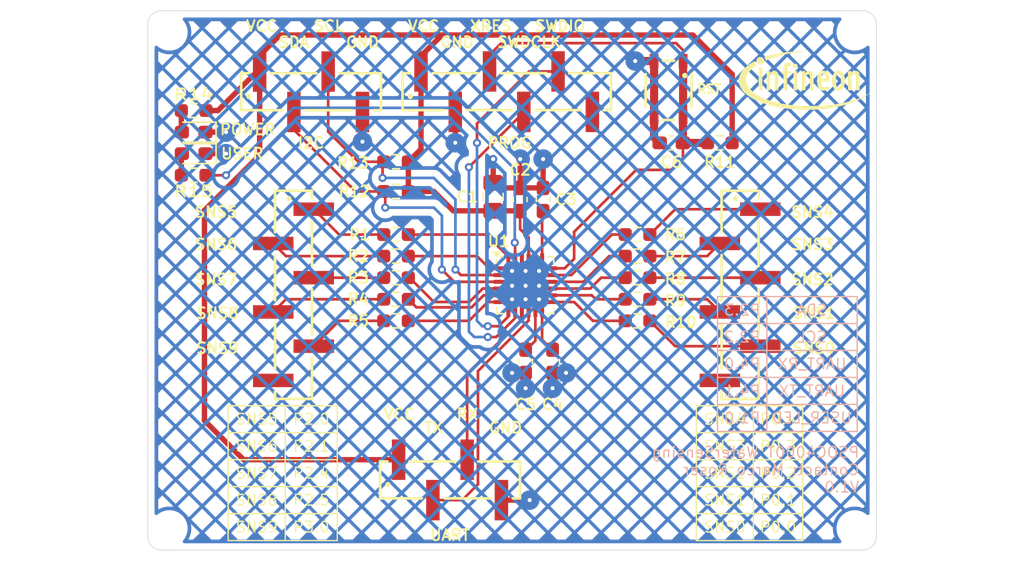
<source format=kicad_pcb>
(kicad_pcb (version 20241229) (generator "pcbnew") (generator_version "9.0")
  (title_block (comment 4 "AISLER Project ID: KMUQVMIU"))
  (layers (0 "F.Cu" signal) (2 "B.Cu" signal) (13 "F.Paste" user) (15 "B.Paste" user) (5 "F.SilkS" user "F.Silkscreen") (7 "B.SilkS" user "B.Silkscreen") (1 "F.Mask" user) (3 "B.Mask" user) (25 "Edge.Cuts" user))
  (net 0 "")
  (net 1 "VCC")
  (net 2 "GND")
  (net 3 "Net-(U1-VCCD)")
  (net 4 "Net-(U1-CMOD2_P4.3)")
  (net 5 "Net-(U1-CMOD1_P4.2)")
  (net 6 "/XRES")
  (net 7 "Net-(D1-A)")
  (net 8 "Net-(D2-A)")
  (net 9 "Net-(J1-Pin_5)")
  (net 11 "Net-(J1-Pin_3)")
  (net 12 "Net-(J1-Pin_4)")
  (net 13 "Net-(J1-Pin_1)")
  (net 14 "Net-(J1-Pin_2)")
  (net 16 "Net-(J2-Pin_4)")
  (net 17 "Net-(J2-Pin_3)")
  (net 18 "Net-(J2-Pin_2)")
  (net 19 "Net-(J2-Pin_1)")
  (net 20 "Net-(J2-Pin_5)")
  (net 21 "/UART_TX")
  (net 22 "/UART_RX")
  (net 23 "/SCL")
  (net 24 "/SDA")
  (net 25 "/SWDCLK")
  (net 27 "/SWDIO")
  (net 28 "/SNS5")
  (net 29 "/SNS6")
  (net 30 "/SNS7")
  (net 31 "/SNS8")
  (net 32 "/SNS9")
  (net 33 "/SNS4")
  (net 34 "/SNS3")
  (net 35 "/SNS2")
  (net 36 "/SNS1")
  (net 37 "/SNS0")
  (net 38 "/USER_LED")
  (footprint "Package_DFN_QFN:QFN-24-1EP_4x4mm_P0.5mm_EP2.65x2.65mm" (layer "F.Cu") (at 135.175 70.355)
    (property "Reference" "U1" (at -1.975 -3.255 0) (layer "F.SilkS") (effects (font (size 0.8 0.8))))
    (property "Value" "CY8C4046LQI-T452")
    (pad "1" smd roundrect (at -1.95 -1.25) (size 0.85 0.3) (layers "F.Cu" "F.Mask" "F.Paste") (net 29 "/SNS6"))
    (pad "2" smd roundrect (at -1.95 -0.75) (size 0.85 0.3) (layers "F.Cu" "F.Mask" "F.Paste") (net 23 "/SCL"))
    (pad "3" smd roundrect (at -1.95 -0.25) (size 0.85 0.3) (layers "F.Cu" "F.Mask" "F.Paste") (net 24 "/SDA"))
    (pad "4" smd roundrect (at -1.95 0.25) (size 0.85 0.3) (layers "F.Cu" "F.Mask" "F.Paste") (net 30 "/SNS7"))
    (pad "5" smd roundrect (at -1.95 0.75) (size 0.85 0.3) (layers "F.Cu" "F.Mask" "F.Paste") (net 31 "/SNS8"))
    (pad "6" smd roundrect (at -1.95 1.25) (size 0.85 0.3) (layers "F.Cu" "F.Mask" "F.Paste") (net 32 "/SNS9"))
    (pad "7" smd roundrect (at -1.25 1.95) (size 0.3 0.85) (layers "F.Cu" "F.Mask" "F.Paste") (net 27 "/SWDIO"))
    (pad "8" smd roundrect (at -0.75 1.95) (size 0.3 0.85) (layers "F.Cu" "F.Mask" "F.Paste") (net 25 "/SWDCLK"))
    (pad "9" smd roundrect (at -0.25 1.95) (size 0.3 0.85) (layers "F.Cu" "F.Mask" "F.Paste") (net 22 "/UART_RX"))
    (pad "10" smd roundrect (at 0.25 1.95) (size 0.3 0.85) (layers "F.Cu" "F.Mask" "F.Paste") (net 21 "/UART_TX"))
    (pad "11" smd roundrect (at 0.75 1.95) (size 0.3 0.85) (layers "F.Cu" "F.Mask" "F.Paste") (net 5 "Net-(U1-CMOD1_P4.2)"))
    (pad "12" smd roundrect (at 1.25 1.95) (size 0.3 0.85) (layers "F.Cu" "F.Mask" "F.Paste") (net 4 "Net-(U1-CMOD2_P4.3)"))
    (pad "13" smd roundrect (at 1.95 1.25) (size 0.85 0.3) (layers "F.Cu" "F.Mask" "F.Paste") (net 37 "/SNS0"))
    (pad "14" smd roundrect (at 1.95 0.75) (size 0.85 0.3) (layers "F.Cu" "F.Mask" "F.Paste") (net 36 "/SNS1"))
    (pad "15" smd roundrect (at 1.95 0.25) (size 0.85 0.3) (layers "F.Cu" "F.Mask" "F.Paste") (net 35 "/SNS2"))
    (pad "16" smd roundrect (at 1.95 -0.25) (size 0.85 0.3) (layers "F.Cu" "F.Mask" "F.Paste") (net 34 "/SNS3"))
    (pad "17" smd roundrect (at 1.95 -0.75) (size 0.85 0.3) (layers "F.Cu" "F.Mask" "F.Paste") (net 33 "/SNS4"))
    (pad "18" smd roundrect (at 1.95 -1.25) (size 0.85 0.3) (layers "F.Cu" "F.Mask" "F.Paste") (net 6 "/XRES"))
    (pad "19" smd roundrect (at 1.25 -1.95) (size 0.3 0.85) (layers "F.Cu" "F.Mask" "F.Paste") (net 3 "Net-(U1-VCCD)"))
    (pad "20" smd roundrect (at 0.75 -1.95) (size 0.3 0.85) (layers "F.Cu" "F.Mask" "F.Paste") (net 2 "GND"))
    (pad "21" smd roundrect (at 0.25 -1.95) (size 0.3 0.85) (layers "F.Cu" "F.Mask" "F.Paste") (net 1 "VCC"))
    (pad "22" smd roundrect (at -0.25 -1.95) (size 0.3 0.85) (layers "F.Cu" "F.Mask" "F.Paste") (net 2 "GND"))
    (pad "23" smd roundrect (at -0.75 -1.95) (size 0.3 0.85) (layers "F.Cu" "F.Mask" "F.Paste") (net 38 "/USER_LED"))
    (pad "24" smd roundrect (at -1.25 -1.95) (size 0.3 0.85) (layers "F.Cu" "F.Mask" "F.Paste") (net 28 "/SNS5"))
    (pad "25" smd rect (at 0 0) (size 2.65 2.65) (property pad_prop_heatsink) (layers "F.Cu" "F.Mask") (net 2 "GND"))
  )
  (footprint "Resistor_SMD:R_0603_1608Metric_Pad0.98x0.95mm_HandSolder" (layer "F.Cu") (at 125.6 66.6 180)
    (property "Reference" "R1" (at 2.7 0 0) (layer "F.SilkS") (effects (font (size 0.8 0.8))))
    (property "Value" "560R")
    (pad "1" smd roundrect (at -0.9125 0 180) (size 0.975 0.95) (layers "F.Cu" "F.Mask" "F.Paste") (net 28 "/SNS5"))
    (pad "2" smd roundrect (at 0.9125 0 180) (size 0.975 0.95) (layers "F.Cu" "F.Mask" "F.Paste") (net 13 "Net-(J1-Pin_1)"))
  )
  (footprint "MountingHole:MountingHole_2.2mm_M2_DIN965" (layer "F.Cu") (at 159.6 51.6)
    (property "Reference" "REF**" (hide yes))
    (property "Value" "MountingHole_2.2mm_M2_DIN965")
    (pad "" np_thru_hole circle (at 0 0) (size 2.2 2.2) (drill 2.2) (layers "*.Cu" "*.Mask"))
  )
  (footprint "Resistor_SMD:R_0603_1608Metric_Pad0.98x0.95mm_HandSolder" (layer "F.Cu") (at 125.6 69.8 180)
    (property "Reference" "R3" (at 2.8 0 0) (layer "F.SilkS") (effects (font (size 0.8 0.8))))
    (property "Value" "560R")
    (pad "1" smd roundrect (at -0.9125 0 180) (size 0.975 0.95) (layers "F.Cu" "F.Mask" "F.Paste") (net 30 "/SNS7"))
    (pad "2" smd roundrect (at 0.9125 0 180) (size 0.975 0.95) (layers "F.Cu" "F.Mask" "F.Paste") (net 11 "Net-(J1-Pin_3)"))
  )
  (footprint "LED_SMD:LED_0603_1608Metric_Pad1.05x0.95mm_HandSolder" (layer "F.Cu") (at 110.6 59 180)
    (property "Reference" "POWER" (at -4 0.2 0) (layer "F.SilkS") (effects (font (size 0.8 0.8))))
    (property "Value" "POWER")
    (pad "1" smd roundrect (at -0.875 0 180) (size 1.05 0.95) (layers "F.Cu" "F.Mask" "F.Paste") (net 2 "GND"))
    (pad "2" smd roundrect (at 0.875 0 180) (size 1.05 0.95) (layers "F.Cu" "F.Mask" "F.Paste") (net 7 "Net-(D1-A)"))
  )
  (footprint "Resistor_SMD:R_0603_1608Metric_Pad0.98x0.95mm_HandSolder" (layer "F.Cu") (at 125.6 73 180)
    (property "Reference" "R5" (at 2.8 0 0) (layer "F.SilkS") (effects (font (size 0.8 0.8))))
    (property "Value" "560R")
    (pad "1" smd roundrect (at -0.9125 0 180) (size 0.975 0.95) (layers "F.Cu" "F.Mask" "F.Paste") (net 32 "/SNS9"))
    (pad "2" smd roundrect (at 0.9125 0 180) (size 0.975 0.95) (layers "F.Cu" "F.Mask" "F.Paste") (net 9 "Net-(J1-Pin_5)"))
  )
  (footprint "Resistor_SMD:R_0603_1608Metric_Pad0.98x0.95mm_HandSolder" (layer "F.Cu") (at 143.5 69.8)
    (property "Reference" "R8" (at 2.8 0.1 0) (layer "F.SilkS") (effects (font (size 0.8 0.8))))
    (property "Value" "560R")
    (pad "1" smd roundrect (at -0.9125 0) (size 0.975 0.95) (layers "F.Cu" "F.Mask" "F.Paste") (net 35 "/SNS2"))
    (pad "2" smd roundrect (at 0.9125 0) (size 0.975 0.95) (layers "F.Cu" "F.Mask" "F.Paste") (net 17 "Net-(J2-Pin_3)"))
  )
  (footprint "Capacitor_SMD:C_0603_1608Metric_Pad1.08x0.95mm_HandSolder" (layer "F.Cu") (at 146 59.8 180)
    (property "Reference" "C6" (at 0 -1.43 0) (layer "F.SilkS") (effects (font (size 0.8 0.8))))
    (property "Value" "0.1µF")
    (pad "1" smd roundrect (at -0.8625 0 180) (size 1.075 0.95) (layers "F.Cu" "F.Mask" "F.Paste") (net 6 "/XRES"))
    (pad "2" smd roundrect (at 0.8625 0 180) (size 1.075 0.95) (layers "F.Cu" "F.Mask" "F.Paste") (net 2 "GND"))
  )
  (footprint "Resistor_SMD:R_0603_1608Metric_Pad0.98x0.95mm_HandSolder" (layer "F.Cu") (at 143.5 73)
    (property "Reference" "R10" (at 3.2 0.1 0) (layer "F.SilkS") (effects (font (size 0.8 0.8))))
    (property "Value" "560R")
    (pad "1" smd roundrect (at -0.9125 0) (size 0.975 0.95) (layers "F.Cu" "F.Mask" "F.Paste") (net 37 "/SNS0"))
    (pad "2" smd roundrect (at 0.9125 0) (size 0.975 0.95) (layers "F.Cu" "F.Mask" "F.Paste") (net 20 "Net-(J2-Pin_5)"))
  )
  (footprint "Resistor_SMD:R_0603_1608Metric_Pad0.98x0.95mm_HandSolder" (layer "F.Cu") (at 143.5 68.2)
    (property "Reference" "R7" (at 2.8 0.1 0) (layer "F.SilkS") (effects (font (size 0.8 0.8))))
    (property "Value" "560R")
    (pad "1" smd roundrect (at -0.9125 0) (size 0.975 0.95) (layers "F.Cu" "F.Mask" "F.Paste") (net 34 "/SNS3"))
    (pad "2" smd roundrect (at 0.9125 0) (size 0.975 0.95) (layers "F.Cu" "F.Mask" "F.Paste") (net 18 "Net-(J2-Pin_2)"))
  )
  (footprint "Capacitor_SMD:C_0603_1608Metric_Pad1.08x0.95mm_HandSolder" (layer "F.Cu") (at 137.2 76 -90)
    (property "Reference" "C4" (at 3.2 0 180) (layer "F.SilkS") (effects (font (size 0.8 0.8))))
    (property "Value" "2.2 nF")
    (pad "1" smd roundrect (at -0.8625 0 270) (size 1.075 0.95) (layers "F.Cu" "F.Mask" "F.Paste") (net 4 "Net-(U1-CMOD2_P4.3)"))
    (pad "2" smd roundrect (at 0.8625 0 270) (size 1.075 0.95) (layers "F.Cu" "F.Mask" "F.Paste") (net 2 "GND"))
  )
  (footprint "Capacitor_SMD:C_0603_1608Metric_Pad1.08x0.95mm_HandSolder" (layer "F.Cu") (at 136.5 64 90)
    (property "Reference" "C3" (at 0 1.7 180) (layer "F.SilkS") (effects (font (size 0.8 0.8))))
    (property "Value" "2.2 µF")
    (pad "1" smd roundrect (at -0.8625 0 90) (size 1.075 0.95) (layers "F.Cu" "F.Mask" "F.Paste") (net 3 "Net-(U1-VCCD)"))
    (pad "2" smd roundrect (at 0.8625 0 90) (size 1.075 0.95) (layers "F.Cu" "F.Mask" "F.Paste") (net 2 "GND"))
  )
  (footprint "Resistor_SMD:R_0603_1608Metric_Pad0.98x0.95mm_HandSolder" (layer "F.Cu") (at 149.6 59.8 180)
    (property "Reference" "R11" (at 0 -1.43 0) (layer "F.SilkS") (effects (font (size 0.8 0.8))))
    (property "Value" "4k7")
    (pad "1" smd roundrect (at -0.9125 0 180) (size 0.975 0.95) (layers "F.Cu" "F.Mask" "F.Paste") (net 1 "VCC"))
    (pad "2" smd roundrect (at 0.9125 0 180) (size 0.975 0.95) (layers "F.Cu" "F.Mask" "F.Paste") (net 6 "/XRES"))
  )
  (footprint "Wuerth_parts:61000618321_6pins" (layer "F.Cu") (at 118 71.07 -90)
    (property "Reference" "J1" (hide yes))
    (property "Value" "CS1")
    (pad "1" smd rect (at -6.35 -1.5 270) (size 1 3) (layers "F.Cu" "F.Mask" "F.Paste") (net 13 "Net-(J1-Pin_1)"))
    (pad "2" smd rect (at -3.81 1.5 270) (size 1 3) (layers "F.Cu" "F.Mask" "F.Paste") (net 14 "Net-(J1-Pin_2)"))
    (pad "3" smd rect (at -1.27 -1.5 270) (size 1 3) (layers "F.Cu" "F.Mask" "F.Paste") (net 11 "Net-(J1-Pin_3)"))
    (pad "4" smd rect (at 1.27 1.5 270) (size 1 3) (layers "F.Cu" "F.Mask" "F.Paste") (net 12 "Net-(J1-Pin_4)"))
    (pad "5" smd rect (at 3.81 -1.5 270) (size 1 3) (layers "F.Cu" "F.Mask" "F.Paste") (net 9 "Net-(J1-Pin_5)"))
    (pad "6" smd rect (at 6.35 1.5 270) (size 1 3) (layers "F.Cu" "F.Mask" "F.Paste"))
  )
  (footprint "MountingHole:MountingHole_2.2mm_M2_DIN965" (layer "F.Cu") (at 108.8 51.6)
    (property "Reference" "REF**" (hide yes))
    (property "Value" "MountingHole_2.2mm_M2_DIN965")
    (pad "" np_thru_hole circle (at 0 0) (size 2.2 2.2) (drill 2.2) (layers "*.Cu" "*.Mask"))
  )
  (footprint "MountingHole:MountingHole_2.2mm_M2_DIN965" (layer "F.Cu") (at 159.6 88.4)
    (property "Reference" "REF**" (hide yes))
    (property "Value" "MountingHole_2.2mm_M2_DIN965")
    (pad "" np_thru_hole circle (at 0 0) (size 2.2 2.2) (drill 2.2) (layers "*.Cu" "*.Mask"))
  )
  (footprint "Resistor_SMD:R_0603_1608Metric_Pad0.98x0.95mm_HandSolder" (layer "F.Cu") (at 125.6 71.4 180)
    (property "Reference" "R4" (at 2.8 0 0) (layer "F.SilkS") (effects (font (size 0.8 0.8))))
    (property "Value" "560R")
    (pad "1" smd roundrect (at -0.9125 0 180) (size 0.975 0.95) (layers "F.Cu" "F.Mask" "F.Paste") (net 31 "/SNS8"))
    (pad "2" smd roundrect (at 0.9125 0 180) (size 0.975 0.95) (layers "F.Cu" "F.Mask" "F.Paste") (net 12 "Net-(J1-Pin_4)"))
  )
  (footprint "Resistor_SMD:R_0603_1608Metric_Pad0.98x0.95mm_HandSolder" (layer "F.Cu") (at 110.6 57.4 180)
    (property "Reference" "R14" (at 0 1.2 0) (layer "F.SilkS") (effects (font (size 0.8 1))))
    (property "Value" "560R")
    (pad "1" smd roundrect (at -0.9125 0 180) (size 0.975 0.95) (layers "F.Cu" "F.Mask" "F.Paste") (net 1 "VCC"))
    (pad "2" smd roundrect (at 0.9125 0 180) (size 0.975 0.95) (layers "F.Cu" "F.Mask" "F.Paste") (net 7 "Net-(D1-A)"))
  )
  (footprint "Resistor_SMD:R_0603_1608Metric_Pad0.98x0.95mm_HandSolder" (layer "F.Cu") (at 125.6 61.2 180)
    (property "Reference" "R13" (at 3.2 -0.1 0) (layer "F.SilkS") (effects (font (size 0.8 0.8))))
    (property "Value" "4k7")
    (pad "1" smd roundrect (at -0.9125 0 180) (size 0.975 0.95) (layers "F.Cu" "F.Mask" "F.Paste") (net 1 "VCC"))
    (pad "2" smd roundrect (at 0.9125 0 180) (size 0.975 0.95) (layers "F.Cu" "F.Mask" "F.Paste") (net 23 "/SCL"))
  )
  (footprint "Wuerth_parts:61000418321_5pins" (layer "F.Cu") (at 119.3 56.00625)
    (property "Reference" "I2C" (at 0 3.79375 0) (layer "F.SilkS") (effects (font (size 0.8 0.8))))
    (property "Value" "I2C")
    (pad "1" smd rect (at -3.81 -1.5) (size 1 3) (layers "F.Cu" "F.Mask" "F.Paste") (net 1 "VCC"))
    (pad "2" smd rect (at -1.27 1.5) (size 1 3) (layers "F.Cu" "F.Mask" "F.Paste") (net 24 "/SDA"))
    (pad "3" smd rect (at 1.27 -1.5) (size 1 3) (layers "F.Cu" "F.Mask" "F.Paste") (net 23 "/SCL"))
    (pad "4" smd rect (at 3.81 1.5) (size 1 3) (layers "F.Cu" "F.Mask" "F.Paste") (net 2 "GND"))
  )
  (footprint "Resistor_SMD:R_0603_1608Metric_Pad0.98x0.95mm_HandSolder" (layer "F.Cu") (at 143.5 66.6)
    (property "Reference" "R6" (at 2.8 0 0) (layer "F.SilkS") (effects (font (size 0.8 0.8))))
    (property "Value" "560R")
    (pad "1" smd roundrect (at -0.9125 0) (size 0.975 0.95) (layers "F.Cu" "F.Mask" "F.Paste") (net 33 "/SNS4"))
    (pad "2" smd roundrect (at 0.9125 0) (size 0.975 0.95) (layers "F.Cu" "F.Mask" "F.Paste") (net 19 "Net-(J2-Pin_1)"))
  )
  (footprint "Wuerth_parts:434133025816" (layer "F.Cu") (at 145.8 55.8 -90)
    (property "Reference" "RST" (at 0 -3 180) (layer "F.SilkS") (effects (font (size 0.64 0.64))))
    (property "Value" "RESET")
    (pad "1" smd rect (at -2.075 -1.075 270) (size 1.05 0.65) (layers "F.Cu" "F.Mask" "F.Paste") (net 6 "/XRES"))
    (pad "2" smd rect (at 2.075 -1.075 270) (size 1.05 0.65) (layers "F.Cu" "F.Mask" "F.Paste") (net 6 "/XRES"))
    (pad "3" smd rect (at -2.075 1.075 270) (size 1.05 0.65) (layers "F.Cu" "F.Mask" "F.Paste") (net 2 "GND"))
    (pad "4" smd rect (at 2.075 1.075 270) (size 1.05 0.65) (layers "F.Cu" "F.Mask" "F.Paste") (net 2 "GND"))
  )
  (footprint "Resistor_SMD:R_0603_1608Metric_Pad0.98x0.95mm_HandSolder" (layer "F.Cu") (at 125.6 68.2 180)
    (property "Reference" "R2" (at 2.8 0 0) (layer "F.SilkS") (effects (font (size 0.8 0.8))))
    (property "Value" "560R")
    (pad "1" smd roundrect (at -0.9125 0 180) (size 0.975 0.95) (layers "F.Cu" "F.Mask" "F.Paste") (net 29 "/SNS6"))
    (pad "2" smd roundrect (at 0.9125 0 180) (size 0.975 0.95) (layers "F.Cu" "F.Mask" "F.Paste") (net 14 "Net-(J1-Pin_2)"))
  )
  (footprint "LOGO" (layer "F.Cu") (at 156 55.2)
    (property "Reference" "G***" (hide yes))
    (property "Value" "LOGO" (hide yes))
  )
  (footprint "Resistor_SMD:R_0603_1608Metric_Pad0.98x0.95mm_HandSolder" (layer "F.Cu") (at 110.6 62.2 180)
    (property "Reference" "R15" (at 0 -1.2 0) (layer "F.SilkS") (effects (font (size 0.8 1))))
    (property "Value" "4k7")
    (pad "1" smd roundrect (at -0.9125 0 180) (size 0.975 0.95) (layers "F.Cu" "F.Mask" "F.Paste") (net 38 "/USER_LED"))
    (pad "2" smd roundrect (at 0.9125 0 180) (size 0.975 0.95) (layers "F.Cu" "F.Mask" "F.Paste") (net 8 "Net-(D2-A)"))
  )
  (footprint "Capacitor_SMD:C_0603_1608Metric_Pad1.08x0.95mm_HandSolder" (layer "F.Cu") (at 135.2 76 -90)
    (property "Reference" "C5" (at 3.2 0 180) (layer "F.SilkS") (effects (font (size 0.8 0.8))))
    (property "Value" "2.2 nF")
    (pad "1" smd roundrect (at -0.8625 0 270) (size 1.075 0.95) (layers "F.Cu" "F.Mask" "F.Paste") (net 5 "Net-(U1-CMOD1_P4.2)"))
    (pad "2" smd roundrect (at 0.8625 0 270) (size 1.075 0.95) (layers "F.Cu" "F.Mask" "F.Paste") (net 2 "GND"))
  )
  (footprint "Capacitor_SMD:C_0805_2012Metric_Pad1.18x1.45mm_HandSolder" (layer "F.Cu") (at 132.8 63.8 90)
    (property "Reference" "C1" (at 0 -1.9 180) (layer "F.SilkS") (effects (font (size 0.8 0.8))))
    (property "Value" "4.7 µF")
    (pad "1" smd roundrect (at -1.0375 0 90) (size 1.175 1.45) (layers "F.Cu" "F.Mask" "F.Paste") (roundrect_rratio 0.212766) (net 1 "VCC"))
    (pad "2" smd roundrect (at 1.0375 0 90) (size 1.175 1.45) (layers "F.Cu" "F.Mask" "F.Paste") (roundrect_rratio 0.212766) (net 2 "GND"))
  )
  (footprint "LED_SMD:LED_0603_1608Metric_Pad1.05x0.95mm_HandSolder" (layer "F.Cu") (at 110.6 60.6 180)
    (property "Reference" "USER" (at -3.6 0 0) (layer "F.SilkS") (effects (font (size 0.8 0.8))))
    (property "Value" "USER")
    (pad "1" smd roundrect (at -0.875 0 180) (size 1.05 0.95) (layers "F.Cu" "F.Mask" "F.Paste") (net 2 "GND"))
    (pad "2" smd roundrect (at 0.875 0 180) (size 1.05 0.95) (layers "F.Cu" "F.Mask" "F.Paste") (net 8 "Net-(D2-A)"))
  )
  (footprint "Capacitor_SMD:C_0603_1608Metric_Pad1.08x0.95mm_HandSolder" (layer "F.Cu") (at 134.8 64 90)
    (property "Reference" "C2" (at 2.2 0 180) (layer "F.SilkS") (effects (font (size 0.8 0.8))))
    (property "Value" "0.1 µF")
    (pad "1" smd roundrect (at -0.8625 0 90) (size 1.075 0.95) (layers "F.Cu" "F.Mask" "F.Paste") (net 1 "VCC"))
    (pad "2" smd roundrect (at 0.8625 0 90) (size 1.075 0.95) (layers "F.Cu" "F.Mask" "F.Paste") (net 2 "GND"))
  )
  (footprint "Wuerth_parts:61000618321_6pins" (layer "F.Cu") (at 151.1 71.07 -90)
    (property "Reference" "J2" (hide yes))
    (property "Value" "CS2")
    (pad "1" smd rect (at -6.35 -1.5 270) (size 1 3) (layers "F.Cu" "F.Mask" "F.Paste") (net 19 "Net-(J2-Pin_1)"))
    (pad "2" smd rect (at -3.81 1.5 270) (size 1 3) (layers "F.Cu" "F.Mask" "F.Paste") (net 18 "Net-(J2-Pin_2)"))
    (pad "3" smd rect (at -1.27 -1.5 270) (size 1 3) (layers "F.Cu" "F.Mask" "F.Paste") (net 17 "Net-(J2-Pin_3)"))
    (pad "4" smd rect (at 1.27 1.5 270) (size 1 3) (layers "F.Cu" "F.Mask" "F.Paste") (net 16 "Net-(J2-Pin_4)"))
    (pad "5" smd rect (at 3.81 -1.5 270) (size 1 3) (layers "F.Cu" "F.Mask" "F.Paste") (net 20 "Net-(J2-Pin_5)"))
    (pad "6" smd rect (at 6.35 1.5 270) (size 1 3) (layers "F.Cu" "F.Mask" "F.Paste"))
  )
  (footprint "Wuerth_parts:61000418321_5pins" (layer "F.Cu") (at 129.6 84.8)
    (property "Reference" "UART" (at 0 4.1 0) (layer "F.SilkS") (effects (font (size 0.8 0.8))))
    (property "Value" "UART")
    (pad "1" smd rect (at -3.81 -1.5) (size 1 3) (layers "F.Cu" "F.Mask" "F.Paste") (net 1 "VCC"))
    (pad "2" smd rect (at -1.27 1.5) (size 1 3) (layers "F.Cu" "F.Mask" "F.Paste") (net 21 "/UART_TX"))
    (pad "3" smd rect (at 1.27 -1.5) (size 1 3) (layers "F.Cu" "F.Mask" "F.Paste") (net 22 "/UART_RX"))
    (pad "4" smd rect (at 3.81 1.5) (size 1 3) (layers "F.Cu" "F.Mask" "F.Paste") (net 2 "GND"))
  )
  (footprint "Resistor_SMD:R_0603_1608Metric_Pad0.98x0.95mm_HandSolder" (layer "F.Cu") (at 143.5 71.4)
    (property "Reference" "R9" (at 2.8 0.1 0) (layer "F.SilkS") (effects (font (size 0.8 0.8))))
    (property "Value" "560R")
    (pad "1" smd roundrect (at -0.9125 0) (size 0.975 0.95) (layers "F.Cu" "F.Mask" "F.Paste") (net 36 "/SNS1"))
    (pad "2" smd roundrect (at 0.9125 0) (size 0.975 0.95) (layers "F.Cu" "F.Mask" "F.Paste") (net 16 "Net-(J2-Pin_4)"))
  )
  (footprint "Resistor_SMD:R_0603_1608Metric_Pad0.98x0.95mm_HandSolder" (layer "F.Cu") (at 125.6 63.4 180)
    (property "Reference" "R12" (at 3.1 0 0) (layer "F.SilkS") (effects (font (size 0.8 0.8))))
    (property "Value" "4k7")
    (pad "1" smd roundrect (at -0.9125 0 180) (size 0.975 0.95) (layers "F.Cu" "F.Mask" "F.Paste") (net 1 "VCC"))
    (pad "2" smd roundrect (at 0.9125 0 180) (size 0.975 0.95) (layers "F.Cu" "F.Mask" "F.Paste") (net 24 "/SDA"))
  )
  (footprint "MountingHole:MountingHole_2.2mm_M2_DIN965" (layer "F.Cu") (at 108.8 88.4)
    (property "Reference" "REF**" (hide yes))
    (property "Value" "MountingHole_2.2mm_M2_DIN965")
    (pad "" np_thru_hole circle (at 0 0) (size 2.2 2.2) (drill 2.2) (layers "*.Cu" "*.Mask"))
  )
  (footprint "Wuerth_parts:61000618321_6pins" (layer "F.Cu") (at 133.8 56)
    (property "Reference" "PROG" (at 0.2 3.8 0) (layer "F.SilkS") (effects (font (size 0.8 0.8))))
    (property "Value" "SWD")
    (pad "1" smd rect (at -6.35 -1.5) (size 1 3) (layers "F.Cu" "F.Mask" "F.Paste") (net 1 "VCC"))
    (pad "2" smd rect (at -3.81 1.5) (size 1 3) (layers "F.Cu" "F.Mask" "F.Paste") (net 2 "GND"))
    (pad "3" smd rect (at -1.27 -1.5) (size 1 3) (layers "F.Cu" "F.Mask" "F.Paste") (net 6 "/XRES"))
    (pad "4" smd rect (at 1.27 1.5) (size 1 3) (layers "F.Cu" "F.Mask" "F.Paste") (net 25 "/SWDCLK"))
    (pad "5" smd rect (at 3.81 -1.5) (size 1 3) (layers "F.Cu" "F.Mask" "F.Paste") (net 27 "/SWDIO"))
    (pad "6" smd rect (at 6.35 1.5) (size 1 3) (layers "F.Cu" "F.Mask" "F.Paste"))
  )
  (gr_line (start 161.2 51) (end 161.2 89) (stroke (width 0.05)) (layer "Edge.Cuts"))
  (gr_arc (start 107.2 51) (mid 107.492893 50.292893) (end 108.2 50) (stroke (width 0.05)) (layer "Edge.Cuts"))
  (gr_arc (start 160.2 50) (mid 160.907107 50.292893) (end 161.2 51) (stroke (width 0.05)) (layer "Edge.Cuts"))
  (gr_line (start 107.2 89) (end 107.2 51) (stroke (width 0.05)) (layer "Edge.Cuts"))
  (gr_line (start 160.2 90) (end 108.2 90) (stroke (width 0.05)) (layer "Edge.Cuts"))
  (gr_arc (start 161.2 89) (mid 160.907107 89.707107) (end 160.2 90) (stroke (width 0.05)) (layer "Edge.Cuts"))
  (gr_arc (start 108.2 90) (mid 107.492893 89.707107) (end 107.2 89) (stroke (width 0.05)) (layer "Edge.Cuts"))
  (gr_line (start 108.2 50) (end 160.2 50) (stroke (width 0.05)) (layer "Edge.Cuts"))
  (gr_text "VCC" (at 124.6 80.4 0) (layer "F.SilkS") (effects (font (size 0.8 0.8) (thickness 0.15) (bold yes)) (justify left bottom)))
  (gr_text "GND" (at 121.8 52.8 0) (layer "F.SilkS") (effects (font (size 0.8 0.8) (thickness 0.15) (bold yes)) (justify left bottom)))
  (gr_text "GND" (at 132.4 81.4 0) (layer "F.SilkS") (effects (font (size 0.8 0.8) (thickness 0.15) (bold yes)) (justify left bottom)))
  (gr_text "SWDIO" (at 135.8 51.6 0) (layer "F.SilkS") (effects (font (size 0.8 0.8) (thickness 0.15) (bold yes)) (justify left bottom)))
  (gr_text "SNS7" (at 110.6 70.4 0) (layer "F.SilkS") (effects (font (size 0.8 0.8)) (justify left bottom)))
  (gr_text "SNS6" (at 110.6 67.8 0) (layer "F.SilkS") (effects (font (size 0.8 0.8)) (justify left bottom)))
  (gr_text "RX" (at 130 80.4 0) (layer "F.SilkS") (effects (font (size 0.8 0.8) (thickness 0.15) (bold yes)) (justify left bottom)))
  (gr_text "SWDCLK" (at 133 52.8 0) (layer "F.SilkS") (effects (font (size 0.8 0.8) (thickness 0.15) (bold yes)) (justify left bottom)))
  (gr_text "SNS4" (at 154.8 65.4 0) (layer "F.SilkS") (effects (font (size 0.8 0.8)) (justify left bottom)))
  (gr_text "SCL" (at 119.4 51.6 0) (layer "F.SilkS") (effects (font (size 0.8 0.8) (thickness 0.15) (bold yes)) (justify left bottom)))
  (gr_text "SNS3" (at 154.8 67.8 0) (layer "F.SilkS") (effects (font (size 0.8 0.8)) (justify left bottom)))
  (gr_text "SNS5" (at 110.6 65.4 0) (layer "F.SilkS") (effects (font (size 0.8 0.8)) (justify left bottom)))
  (gr_text "TX" (at 127.6 81.4 0) (layer "F.SilkS") (effects (font (size 0.8 0.8) (thickness 0.15) (bold yes)) (justify left bottom)))
  (gr_text "SNS0" (at 154.9 75.5 0) (layer "F.SilkS") (effects (font (size 0.8 0.8)) (justify left bottom)))
  (gr_text "SNS8" (at 110.7 72.9 0) (layer "F.SilkS") (effects (font (size 0.8 0.8)) (justify left bottom)))
  (gr_text "XRES" (at 131 51.6 0) (layer "F.SilkS") (effects (font (size 0.8 0.8) (thickness 0.15) (bold yes)) (justify left bottom)))
  (gr_text "SNS2" (at 154.8 70.4 0) (layer "F.SilkS") (effects (font (size 0.8 0.8)) (justify left bottom)))
  (gr_text "SNS9" (at 110.7 75.5 0) (layer "F.SilkS") (effects (font (size 0.8 0.8)) (justify left bottom)))
  (gr_text "SNS1" (at 154.9 72.9 0) (layer "F.SilkS") (effects (font (size 0.8 0.8)) (justify left bottom)))
  (gr_text "VCC" (at 114.4 51.6 0) (layer "F.SilkS") (effects (font (size 0.8 0.8) (thickness 0.15) (bold yes)) (justify left bottom)))
  (gr_text "GND" (at 128.8 52.8 0) (layer "F.SilkS") (effects (font (size 0.8 0.8) (thickness 0.15) (bold yes)) (justify left bottom)))
  (gr_text "SDA" (at 116.8 52.8 0) (layer "F.SilkS") (effects (font (size 0.8 0.8) (thickness 0.15) (bold yes)) (justify left bottom)))
  (gr_text "VCC" (at 126.4 51.6 0) (layer "F.SilkS") (effects (font (size 0.8 0.8) (thickness 0.15) (bold yes)) (justify left bottom)))
  (gr_text "PSOC4000T WaterSensing\nContact: Marco Roser\nV1.0" (at 160 85.8 -0) (layer "B.SilkS") (effects (font (size 0.8 0.8) (thickness 0.1)) (justify left bottom mirror)))
  (table (column_count 2) (layer "F.SilkS") (border (external yes) (header yes) (stroke (width 0.1))) (separators (rows yes) (cols yes) (stroke (width 0.1))) (column_widths 4.232233 3.858883) (row_heights 2 2 2 2 2) (cells (table_cell "SNS5" (start 113.154442 79.3) (end 117.386675 81.3) (margins 1.0025 1.0025 1.0025 1.0025) (span 1 1) (layer "F.SilkS") (effects (font (size 0.8 0.8)))) (table_cell "P2.0" (start 117.386675 79.3) (end 121.245558 81.3) (margins 1.0025 1.0025 1.0025 1.0025) (span 1 1) (layer "F.SilkS") (effects (font (size 0.8 0.8)))) (table_cell "SNS6" (start 113.154442 81.3) (end 117.386675 83.3) (margins 1.0025 1.0025 1.0025 1.0025) (span 1 1) (layer "F.SilkS") (effects (font (size 0.8 0.8)))) (table_cell "P2.1" (start 117.386675 81.3) (end 121.245558 83.3) (margins 1.0025 1.0025 1.0025 1.0025) (span 1 1) (layer "F.SilkS") (effects (font (size 0.8 0.8)))) (table_cell "SNS7" (start 113.154442 83.3) (end 117.386675 85.3) (margins 1.0025 1.0025 1.0025 1.0025) (span 1 1) (layer "F.SilkS") (effects (font (size 0.8 0.8)))) (table_cell "P2.4" (start 117.386675 83.3) (end 121.245558 85.3) (margins 1.0025 1.0025 1.0025 1.0025) (span 1 1) (layer "F.SilkS") (effects (font (size 0.8 0.8)))) (table_cell "SNS8" (start 113.154442 85.3) (end 117.386675 87.3) (margins 1.0025 1.0025 1.0025 1.0025) (span 1 1) (layer "F.SilkS") (effects (font (size 0.8 0.8)))) (table_cell "P2.5" (start 117.386675 85.3) (end 121.245558 87.3) (margins 1.0025 1.0025 1.0025 1.0025) (span 1 1) (layer "F.SilkS") (effects (font (size 0.8 0.8)))) (table_cell "SNS9" (start 113.154442 87.3) (end 117.386675 89.3) (margins 1.0025 1.0025 1.0025 1.0025) (span 1 1) (layer "F.SilkS") (effects (font (size 0.8 0.8)))) (table_cell "P3.0" (start 117.386675 87.3) (end 121.245558 89.3) (margins 1.0025 1.0025 1.0025 1.0025) (span 1 1) (layer "F.SilkS") (effects (font (size 0.8 0.8))))))
  (table (column_count 2) (layer "F.SilkS") (border (external yes) (header yes) (stroke (width 0.1))) (separators (rows yes) (cols yes) (stroke (width 0.1))) (column_widths 4.232233 3.658883) (row_heights 2 2 2 2 2) (cells (table_cell "SNS4" (start 147.854442 79.3) (end 152.086675 81.3) (margins 1.0025 1.0025 1.0025 1.0025) (span 1 1) (layer "F.SilkS") (effects (font (size 0.8 0.8)))) (table_cell "P0.4" (start 152.086675 79.3) (end 155.745558 81.3) (margins 1.0025 1.0025 1.0025 1.0025) (span 1 1) (layer "F.SilkS") (effects (font (size 0.8 0.8)))) (table_cell "SNS3" (start 147.854442 81.3) (end 152.086675 83.3) (margins 1.0025 1.0025 1.0025 1.0025) (span 1 1) (layer "F.SilkS") (effects (font (size 0.8 0.8)))) (table_cell "P0.3" (start 152.086675 81.3) (end 155.745558 83.3) (margins 1.0025 1.0025 1.0025 1.0025) (span 1 1) (layer "F.SilkS") (effects (font (size 0.8 0.8)))) (table_cell "SNS2" (start 147.854442 83.3) (end 152.086675 85.3) (margins 1.0025 1.0025 1.0025 1.0025) (span 1 1) (layer "F.SilkS") (effects (font (size 0.8 0.8)))) (table_cell "P0.2" (start 152.086675 83.3) (end 155.745558 85.3) (margins 1.0025 1.0025 1.0025 1.0025) (span 1 1) (layer "F.SilkS") (effects (font (size 0.8 0.8)))) (table_cell "SNS1" (start 147.854442 85.3) (end 152.086675 87.3) (margins 1.0025 1.0025 1.0025 1.0025) (span 1 1) (layer "F.SilkS") (effects (font (size 0.8 0.8)))) (table_cell "P0.1" (start 152.086675 85.3) (end 155.745558 87.3) (margins 1.0025 1.0025 1.0025 1.0025) (span 1 1) (layer "F.SilkS") (effects (font (size 0.8 0.8)))) (table_cell "SNS0" (start 147.854442 87.3) (end 152.086675 89.3) (margins 1.0025 1.0025 1.0025 1.0025) (span 1 1) (layer "F.SilkS") (effects (font (size 0.8 0.8)))) (table_cell "P0.0" (start 152.086675 87.3) (end 155.745558 89.3) (margins 1.0025 1.0025 1.0025 1.0025) (span 1 1) (layer "F.SilkS") (effects (font (size 0.8 0.8))))))
  (table (column_count 2) (layer "B.SilkS") (border (external yes) (header yes) (stroke (width 0.1))) (separators (rows yes) (cols yes) (stroke (width 0.1))) (column_widths 3.658883 6.691116) (row_heights 2 2 2 2 2) (cells (table_cell "P2.3" (start 149.425001 71.2) (end 153.083884 73.2) (margins 1.0025 1.0025 1.0025 1.0025) (span 1 1) (layer "B.SilkS") (effects (font (size 0.8 0.8)) (justify mirror))) (table_cell "SDA" (start 153.083884 71.2) (end 159.775 73.2) (margins 1.0025 1.0025 1.0025 1.0025) (span 1 1) (layer "B.SilkS") (effects (font (size 0.8 0.8)) (justify mirror))) (table_cell "P2.2" (start 149.425001 73.2) (end 153.083884 75.2) (margins 1.0025 1.0025 1.0025 1.0025) (span 1 1) (layer "B.SilkS") (effects (font (size 0.8 0.8)) (justify mirror))) (table_cell "SCL" (start 153.083884 73.2) (end 159.775 75.2) (margins 1.0025 1.0025 1.0025 1.0025) (span 1 1) (layer "B.SilkS") (effects (font (size 0.8 0.8)) (justify mirror))) (table_cell "P4.0" (start 149.425001 75.2) (end 153.083884 77.2) (margins 1.0025 1.0025 1.0025 1.0025) (span 1 1) (layer "B.SilkS") (effects (font (size 0.8 0.8)) (justify mirror))) (table_cell "UART_RX" (start 153.083884 75.2) (end 159.775 77.2) (margins 1.0025 1.0025 1.0025 1.0025) (span 1 1) (layer "B.SilkS") (effects (font (size 0.8 0.8)) (justify mirror))) (table_cell "P4.1" (start 149.425001 77.2) (end 153.083884 79.2) (margins 1.0025 1.0025 1.0025 1.0025) (span 1 1) (layer "B.SilkS") (effects (font (size 0.8 0.8)) (justify mirror))) (table_cell "UART_TX" (start 153.083884 77.2) (end 159.775 79.2) (margins 1.0025 1.0025 1.0025 1.0025) (span 1 1) (layer "B.SilkS") (effects (font (size 0.8 0.8)) (justify mirror))) (table_cell "P1.0" (start 149.425001 79.2) (end 153.083884 81.2) (margins 1.0025 1.0025 1.0025 1.0025) (span 1 1) (layer "B.SilkS") (effects (font (size 0.8 0.8)) (justify mirror))) (table_cell "USER_LED" (start 153.083884 79.2) (end 159.775 81.2) (margins 1.0025 1.0025 1.0025 1.0025) (span 1 1) (layer "B.SilkS") (effects (font (size 0.8 0.8)) (justify mirror)))))
  (segment (start 115.49 54.50625) (end 115.29375 54.50625) (width 0.4) (layer "F.Cu") (net 1))
  (segment (start 129 51.8) (end 147.6 51.8) (width 0.4) (layer "F.Cu") (net 1))
  (segment (start 128.4 63.4) (end 126.5125 63.4) (width 0.4) (layer "F.Cu") (net 1))
  (segment (start 134.775 64.8375) (end 134.8 64.8625) (width 0.2) (layer "F.Cu") (net 1))
  (segment (start 117 51.8) (end 125.8 51.8) (width 0.4) (layer "F.Cu") (net 1))
  (segment (start 127.45 53.35) (end 129 51.8) (width 0.4) (layer "F.Cu") (net 1))
  (segment (start 111.4 80.4) (end 111.4 64.8) (width 0.4) (layer "F.Cu") (net 1))
  (segment (start 126.5125 63.4) (end 126.5125 61.2) (width 0.4) (layer "F.Cu") (net 1))
  (segment (start 127.45 54.5) (end 127.45 53.35) (width 0.4) (layer "F.Cu") (net 1))
  (segment (start 134.8 66.2) (end 134.8 64.8625) (width 0.2) (layer "F.Cu") (net 1))
  (segment (start 125.79 83.3) (end 114.3 83.3) (width 0.4) (layer "F.Cu") (net 1))
  (segment (start 115.49 60.71) (end 115.49 54.50625) (width 0.4) (layer "F.Cu") (net 1))
  (segment (start 111.4 64.8) (end 115.49 60.71) (width 0.4) (layer "F.Cu") (net 1))
  (segment (start 115.49 53.6) (end 115.49 54.50625) (width 0.6) (layer "F.Cu") (net 1))
  (segment (start 135.425 66.825) (end 134.8 66.2) (width 0.2) (layer "F.Cu") (net 1))
  (segment (start 127.45 54.5) (end 127.45 60.2625) (width 0.4) (layer "F.Cu") (net 1))
  (segment (start 115.29375 54.50625) (end 112.4 57.4) (width 0.4) (layer "F.Cu") (net 1))
  (segment (start 132.8 64.8375) (end 129.8375 64.8375) (width 0.4) (layer "F.Cu") (net 1))
  (segment (start 147.6 51.8) (end 150.5125 54.7125) (width 0.4) (layer "F.Cu") (net 1))
  (segment (start 127.45 60.2625) (end 126.5125 61.2) (width 0.4) (layer "F.Cu") (net 1))
  (segment (start 150.5125 54.7125) (end 150.5125 59.8) (width 0.4) (layer "F.Cu") (net 1))
  (segment (start 112.4 57.4) (end 111.5125 57.4) (width 0.4) (layer "F.Cu") (net 1))
  (segment (start 115.49 53.31) (end 117 51.8) (width 0.4) (layer "F.Cu") (net 1))
  (segment (start 125.8 51.8) (end 129 51.8) (width 0.4) (layer "F.Cu") (net 1))
  (segment (start 114.3 83.3) (end 111.4 80.4) (width 0.4) (layer "F.Cu") (net 1))
  (segment (start 115.49 54.50625) (end 115.49 53.31) (width 0.6) (layer "F.Cu") (net 1))
  (segment (start 132.8 64.8375) (end 134.775 64.8375) (width 0.4) (layer "F.Cu") (net 1))
  (segment (start 135.425 68.405) (end 135.425 66.825) (width 0.2) (layer "F.Cu") (net 1))
  (segment (start 129.8375 64.8375) (end 128.4 63.4) (width 0.4) (layer "F.Cu") (net 1))
  (segment (start 135.925 68.405) (end 135.925 69.605) (width 0.2) (layer "F.Cu") (net 2))
  (segment (start 144.725 53.725) (end 144.725 57.875) (width 0.6) (layer "F.Cu") (net 2))
  (segment (start 134.925 68.405) (end 134.925 70.105) (width 0.2) (layer "F.Cu") (net 2))
  (segment (start 134.2 76.8625) (end 135.2 76.8625) (width 0.4) (layer "F.Cu") (net 2))
  (segment (start 137.2 76.8625) (end 137.2 78) (width 0.4) (layer "F.Cu") (net 2))
  (segment (start 134.8 63.1375) (end 133.175 63.1375) (width 0.4) (layer "F.Cu") (net 2))
  (segment (start 111.475 59) (end 113 59) (width 0.4) (layer "F.Cu") (net 2))
  (segment (start 134.8 63.1375) (end 136.5 63.1375) (width 0.4) (layer "F.Cu") (net 2))
  (segment (start 132.8 62.7625) (end 132.8 61) (width 0.4) (layer "F.Cu") (net 2))
  (segment (start 133.175 63.1375) (end 132.8 62.7625) (width 0.4) (layer "F.Cu") (net 2))
  (segment (start 144.725 59.3875) (end 145.1375 59.8) (width 0.6) (layer "F.Cu") (net 2))
  (segment (start 135.2 76.8625) (end 135.2 78) (width 0.4) (layer "F.Cu") (net 2))
  (segment (start 123.11 59.71) (end 123.11 57.50625) (width 0.4) (layer "F.Cu") (net 2))
  (segment (start 134.8 63.1375) (end 134.8 61) (width 0.4) (layer "F.Cu") (net 2))
  (segment (start 143.325 53.725) (end 144.725 53.725) (width 0.6) (layer "F.Cu") (net 2))
  (segment (start 144.725 57.875) (end 144.725 59.3875) (width 0.6) (layer "F.Cu") (net 2))
  (segment (start 135.5 86.3) (end 133.41 86.3) (width 0.4) (layer "F.Cu") (net 2))
  (segment (start 129.99 59.79) (end 129.99 57.5) (width 0.4) (layer "F.Cu") (net 2))
  (segment (start 138.2 76.8625) (end 137.2 76.8625) (width 0.4) (layer "F.Cu") (net 2))
  (segment (start 111.475 60.6) (end 113 60.6) (width 0.4) (layer "F.Cu") (net 2))
  (segment (start 136.5 61) (end 136.5 63.1375) (width 0.4) (layer "F.Cu") (net 2))
  (via (at 134.2 70.4) (size 0.5) (drill 0.3) (layers "F.Cu" "B.Cu") (net 2))
  (via (at 138.2 76.8625) (size 0.6) (drill 0.3) (layers "F.Cu" "B.Cu") (net 2))
  (via (at 129.99 59.79) (size 0.6) (drill 0.3) (layers "F.Cu" "B.Cu") (net 2))
  (via (at 135.2 70.4) (size 0.5) (drill 0.3) (layers "F.Cu" "B.Cu") (net 2))
  (via (at 113 60.6) (size 0.6) (drill 0.3) (layers "F.Cu" "B.Cu") (net 2))
  (via (at 132.8 61) (size 0.6) (drill 0.3) (layers "F.Cu" "B.Cu") (net 2))
  (via (at 135.2 69.3) (size 0.5) (drill 0.3) (layers "F.Cu" "B.Cu") (net 2))
  (via (at 136.2 69.3) (size 0.5) (drill 0.3) (layers "F.Cu" "B.Cu") (net 2))
  (via (at 113 59) (size 0.6) (drill 0.3) (layers "F.Cu" "B.Cu") (net 2))
  (via (at 134.2 71.4) (size 0.5) (drill 0.3) (layers "F.Cu" "B.Cu") (net 2))
  (via (at 134.8 61) (size 0.6) (drill 0.3) (layers "F.Cu" "B.Cu") (net 2))
  (via (at 137.2 78) (size 0.6) (drill 0.3) (layers "F.Cu" "B.Cu") (net 2))
  (via (at 135.2 78) (size 0.6) (drill 0.3) (layers "F.Cu" "B.Cu") (net 2))
  (via (at 136.5 61) (size 0.6) (drill 0.3) (layers "F.Cu" "B.Cu") (net 2))
  (via (at 134.2 69.3) (size 0.5) (drill 0.3) (layers "F.Cu" "B.Cu") (net 2))
  (via (at 136.2 71.4) (size 0.5) (drill 0.3) (layers "F.Cu" "B.Cu") (net 2))
  (via (at 135.2 71.4) (size 0.5) (drill 0.3) (layers "F.Cu" "B.Cu") (net 2))
  (via (at 143.325 53.725) (size 0.6) (drill 0.3) (layers "F.Cu" "B.Cu") (net 2))
  (via (at 136.2 70.4) (size 0.5) (drill 0.3) (layers "F.Cu" "B.Cu") (net 2))
  (via (at 134.2 76.8625) (size 0.6) (drill 0.3) (layers "F.Cu" "B.Cu") (net 2))
  (via (at 123.11 59.71) (size 0.6) (drill 0.3) (layers "F.Cu" "B.Cu") (net 2))
  (via (at 135.5 86.3) (size 0.6) (drill 0.3) (layers "F.Cu" "B.Cu") (net 2))
  (segment (start 136.425 68.405) (end 136.425 64.9375) (width 0.2) (layer "F.Cu") (net 3))
  (segment (start 136.425 64.9375) (end 136.5 64.8625) (width 0.2) (layer "F.Cu") (net 3))
  (segment (start 136.425 72.305) (end 136.425 74.4) (width 0.2) (layer "F.Cu") (net 4))
  (segment (start 137.1625 75.1375) (end 137.2 75.1375) (width 0.2) (layer "F.Cu") (net 4))
  (segment (start 136.425 74.4) (end 137.1625 75.1375) (width 0.2) (layer "F.Cu") (net 4))
  (segment (start 135.925 72.305) (end 135.925 74.475) (width 0.2) (layer "F.Cu") (net 5))
  (segment (start 135.2625 75.1375) (end 135.2 75.1375) (width 0.2) (layer "F.Cu") (net 5))
  (segment (start 135.925 74.475) (end 135.2625 75.1375) (width 0.2) (layer "F.Cu") (net 5))
  (segment (start 146.8625 60.9375) (end 146.8625 59.8) (width 0.2) (layer "F.Cu") (net 6))
  (segment (start 146.35 52.4) (end 146.875 52.925) (width 0.2) (layer "F.Cu") (net 6))
  (segment (start 143.4 61.8) (end 146 61.8) (width 0.2) (layer "F.Cu") (net 6))
  (segment (start 146.875 52.925) (end 146.875 53.725) (width 0.2) (layer "F.Cu") (net 6))
  (segment (start 138.095 69.105) (end 138.8 68.4) (width 0.2) (layer "F.Cu") (net 6))
  (segment (start 133.4 52.4) (end 146.35 52.4) (width 0.2) (layer "F.Cu") (net 6))
  (segment (start 138.8 68.4) (end 138.8 66.4) (width 0.2) (layer "F.Cu") (net 6))
  (segment (start 146 61.8) (end 146.8625 60.9375) (width 0.2) (layer "F.Cu") (net 6))
  (segment (start 146.8625 59.8) (end 146.8625 57.8875) (width 0.6) (layer "F.Cu") (net 6))
  (segment (start 146.875 53.725) (end 146.875 57.875) (width 0.6) (layer "F.Cu") (net 6))
  (segment (start 132.53 54.5) (end 132.53 53.27) (width 0.2) (layer "F.Cu") (net 6))
  (segment (start 132.53 53.27) (end 133.4 52.4) (width 0.2) (layer "F.Cu") (net 6))
  (segment (start 146.8625 59.8) (end 148.6875 59.8) (width 0.6) (layer "F.Cu") (net 6))
  (segment (start 146.8625 57.8875) (end 146.875 57.875) (width 0.2) (layer "F.Cu") (net 6))
  (segment (start 138.8 66.4) (end 143.4 61.8) (width 0.2) (layer "F.Cu") (net 6))
  (segment (start 137.125 69.105) (end 138.095 69.105) (width 0.2) (layer "F.Cu") (net 6))
  (segment (start 109.6875 57.4) (end 109.6875 58.9625) (width 0.4) (layer "F.Cu") (net 7))
  (segment (start 109.6875 58.9625) (end 109.725 59) (width 0.4) (layer "F.Cu") (net 7))
  (segment (start 109.6875 60.6375) (end 109.725 60.6) (width 0.4) (layer "F.Cu") (net 8))
  (segment (start 109.6875 62.2) (end 109.6875 60.6375) (width 0.4) (layer "F.Cu") (net 8))
  (segment (start 121.38 73) (end 119.5 74.88) (width 0.2) (layer "F.Cu") (net 9))
  (segment (start 124.6875 73) (end 121.38 73) (width 0.2) (layer "F.Cu") (net 9))
  (segment (start 124.6875 69.8) (end 119.5 69.8) (width 0.2) (layer "F.Cu") (net 11))
  (segment (start 117.44 71.4) (end 116.5 72.34) (width 0.2) (layer "F.Cu") (net 12))
  (segment (start 124.6875 71.4) (end 117.44 71.4) (width 0.2) (layer "F.Cu") (net 12))
  (segment (start 121.38 66.6) (end 119.5 64.72) (width 0.2) (layer "F.Cu") (net 13))
  (segment (start 124.6875 66.6) (end 121.38 66.6) (width 0.2) (layer "F.Cu") (net 13))
  (segment (start 117.44 68.2) (end 116.5 67.26) (width 0.2) (layer "F.Cu") (net 14))
  (segment (start 124.6875 68.2) (end 117.44 68.2) (width 0.2) (layer "F.Cu") (net 14))
  (segment (start 144.4125 71.4) (end 148.66 71.4) (width 0.2) (layer "F.Cu") (net 16))
  (segment (start 148.66 71.4) (end 149.6 72.34) (width 0.2) (layer "F.Cu") (net 16))
  (segment (start 152.43 70) (end 152.5 69.93) (width 0.2) (layer "F.Cu") (net 17))
  (segment (start 144.4125 69.8) (end 152.6 69.8) (width 0.2) (layer "F.Cu") (net 17))
  (segment (start 148.66 68.2) (end 149.6 67.26) (width 0.2) (layer "F.Cu") (net 18))
  (segment (start 144.4125 68.2) (end 148.66 68.2) (width 0.2) (layer "F.Cu") (net 18))
  (segment (start 144.4125 66.6) (end 146.2925 64.72) (width 0.2) (layer "F.Cu") (net 19))
  (segment (start 146.2925 64.72) (end 152.6 64.72) (width 0.2) (layer "F.Cu") (net 19))
  (segment (start 144.4125 73) (end 146.2925 74.88) (width 0.2) (layer "F.Cu") (net 20))
  (segment (start 146.2925 74.88) (end 152.6 74.88) (width 0.2) (layer "F.Cu") (net 20))
  (segment (start 135.425 72.305) (end 135.425 72.975) (width 0.2) (layer "F.Cu") (net 21))
  (segment (start 130.5 86.3) (end 128.33 86.3) (width 0.2) (layer "F.Cu") (net 21))
  (segment (start 131.671 76.729) (end 131.671 85.129) (width 0.2) (layer "F.Cu") (net 21))
  (segment (start 131.671 85.129) (end 130.5 86.3) (width 0.2) (layer "F.Cu") (net 21))
  (segment (start 135.425 72.975) (end 131.671 76.729) (width 0.2) (layer "F.Cu") (net 21))
  (segment (start 134.925 72.305) (end 134.925 72.875) (width 0.2) (layer "F.Cu") (net 22))
  (segment (start 134.925 72.875) (end 130.87 76.93) (width 0.2) (layer "F.Cu") (net 22))
  (segment (start 130.87 76.93) (end 130.87 83.3) (width 0.2) (layer "F.Cu") (net 22))
  (segment (start 133.225 69.605) (end 130.405 69.605) (width 0.2) (layer "F.Cu") (net 23))
  (segment (start 124.6875 61.2) (end 122.8 61.2) (width 0.2) (layer "F.Cu") (net 23))
  (segment (start 122.8 61.2) (end 120.57 58.97) (width 0.2) (layer "F.Cu") (net 23))
  (segment (start 120.8 54.73625) (end 120.57 54.50625) (width 0.2) (layer "F.Cu") (net 23))
  (segment (start 124.6 61.2875) (end 124.6875 61.2) (width 0.2) (layer "F.Cu") (net 23))
  (segment (start 124.6 62.4) (end 124.6 61.2875) (width 0.2) (layer "F.Cu") (net 23))
  (segment (start 120.57 58.97) (end 120.57 54.50625) (width 0.2) (layer "F.Cu") (net 23))
  (segment (start 130.405 69.605) (end 130 69.2) (width 0.2) (layer "F.Cu") (net 23))
  (via (at 130 69.2) (size 0.6) (drill 0.3) (layers "F.Cu" "B.Cu") (net 23))
  (via (at 124.6 62.4) (size 0.6) (drill 0.3) (layers "F.Cu" "B.Cu") (net 23))
  (segment (start 130 69.2) (end 130 65.4) (width 0.2) (layer "B.Cu") (net 23))
  (segment (start 130 64) (end 128.4 62.4) (width 0.2) (layer "B.Cu") (net 23))
  (segment (start 128.4 62.4) (end 124.6 62.4) (width 0.2) (layer "B.Cu") (net 23))
  (segment (start 130 65.4) (end 130 64) (width 0.2) (layer "B.Cu") (net 23))
  (segment (start 118.03 58.83) (end 118.03 57.50625) (width 0.2) (layer "F.Cu") (net 24))
  (segment (start 118 57.53625) (end 118.03 57.50625) (width 0.2) (layer "F.Cu") (net 24))
  (segment (start 124.6875 63.4) (end 122.6 63.4) (width 0.2) (layer "F.Cu") (net 24))
  (segment (start 122.6 63.4) (end 118.03 58.83) (width 0.2) (layer "F.Cu") (net 24))
  (segment (start 124.8 63.5125) (end 124.6875 63.4) (width 0.2) (layer "F.Cu") (net 24))
  (segment (start 133.225 70.105) (end 129.905 70.105) (width 0.2) (layer "F.Cu") (net 24))
  (segment (start 124.8 64.6) (end 124.8 63.5125) (width 0.2) (layer "F.Cu") (net 24))
  (segment (start 129.905 70.105) (end 129 69.2) (width 0.2) (layer "F.Cu") (net 24))
  (via (at 124.8 64.6) (size 0.6) (drill 0.3) (layers "F.Cu" "B.Cu") (net 24))
  (via (at 129 69.2) (size 0.6) (drill 0.3) (layers "F.Cu" "B.Cu") (net 24))
  (segment (start 129 65.2) (end 128.4 64.6) (width 0.2) (layer "B.Cu") (net 24))
  (segment (start 129 69.2) (end 129 65.2) (width 0.2) (layer "B.Cu") (net 24))
  (segment (start 128.4 64.6) (end 124.8 64.6) (width 0.2) (layer "B.Cu") (net 24))
  (segment (start 135.07 57.53) (end 135.07 57.5) (width 0.2) (layer "F.Cu") (net 25))
  (segment (start 133.024969 74.200003) (end 134.425 72.799972) (width 0.2) (layer "F.Cu") (net 25))
  (segment (start 134.425 72.799972) (end 134.425 72.305) (width 0.2) (layer "F.Cu") (net 25))
  (segment (start 132.4 74.200003) (end 133.024969 74.200003) (width 0.2) (layer "F.Cu") (net 25))
  (segment (start 131 61.6) (end 135.07 57.53) (width 0.2) (layer "F.Cu") (net 25))
  (via (at 131 61.6) (size 0.6) (drill 0.3) (layers "F.Cu" "B.Cu") (net 25))
  (via (at 132.4 74.200003) (size 0.6) (drill 0.3) (layers "F.Cu" "B.Cu") (net 25))
  (segment (start 131.4 74.2) (end 131 73.8) (width 0.2) (layer "B.Cu") (net 25))
  (segment (start 132.399997 74.2) (end 131.4 74.2) (width 0.2) (layer "B.Cu") (net 25))
  (segment (start 132.4 74.200003) (end 132.399997 74.2) (width 0.2) (layer "B.Cu") (net 25))
  (segment (start 131 73.8) (end 131 61.6) (width 0.2) (layer "B.Cu") (net 25))
  (segment (start 131.6 59.8) (end 131.6 58.368) (width 0.2) (layer "F.Cu") (net 27))
  (segment (start 131.6 58.368) (end 135.468 54.5) (width 0.2) (layer "F.Cu") (net 27))
  (segment (start 135.468 54.5) (end 137.61 54.5) (width 0.2) (layer "F.Cu") (net 27))
  (segment (start 133.2 73.4) (end 133.925 72.675) (width 0.2) (layer "F.Cu") (net 27))
  (segment (start 132.4 73.4) (end 133.2 73.4) (width 0.2) (layer "F.Cu") (net 27))
  (segment (start 133.925 72.675) (end 133.925 72.305) (width 0.2) (layer "F.Cu") (net 27))
  (via (at 131.6 59.8) (size 0.6) (drill 0.3) (layers "F.Cu" "B.Cu") (net 27))
  (via (at 132.4 73.4) (size 0.6) (drill 0.3) (layers "F.Cu" "B.Cu") (net 27))
  (segment (start 132.4 73.4) (end 132 73.4) (width 0.2) (layer "B.Cu") (net 27))
  (segment (start 131.6 73) (end 131.6 59.8) (width 0.2) (layer "B.Cu") (net 27))
  (segment (start 132 73.4) (end 131.6 73) (width 0.2) (layer "B.Cu") (net 27))
  (segment (start 133.925 68.405) (end 133.925 68.241588) (width 0.2) (layer "F.Cu") (net 28))
  (segment (start 132.283412 66.6) (end 126.5125 66.6) (width 0.2) (layer "F.Cu") (net 28))
  (segment (start 133.925 68.241588) (end 132.283412 66.6) (width 0.2) (layer "F.Cu") (net 28))
  (segment (start 132.505 69.105) (end 131.6 68.2) (width 0.2) (layer "F.Cu") (net 29))
  (segment (start 133.225 69.105) (end 132.505 69.105) (width 0.2) (layer "F.Cu") (net 29))
  (segment (start 131.6 68.2) (end 126.5125 68.2) (width 0.2) (layer "F.Cu") (net 29))
  (segment (start 133.225 70.605) (end 133.22 70.6) (width 0.2) (layer "F.Cu") (net 30))
  (segment (start 132.0329 70.6) (end 131.0339 71.599) (width 0.2) (layer "F.Cu") (net 30))
  (segment (start 133.22 70.6) (end 132.0329 70.6) (width 0.2) (layer "F.Cu") (net 30))
  (segment (start 126.6 69.8) (end 126.5125 69.8) (width 0.2) (layer "F.Cu") (net 30))
  (segment (start 131.0339 71.599) (end 128.399 71.599) (width 0.2) (layer "F.Cu") (net 30))
  (segment (start 128.399 71.599) (end 126.6 69.8) (width 0.2) (layer "F.Cu") (net 30))
  (segment (start 131.2 72) (end 127.1125 72) (width 0.2) (layer "F.Cu") (net 31))
  (segment (start 133.225 71.105) (end 132.095 71.105) (width 0.2) (layer "F.Cu") (net 31))
  (segment (start 132.095 71.105) (end 131.2 72) (width 0.2) (layer "F.Cu") (net 31))
  (segment (start 127.1125 72) (end 126.5125 71.4) (width 0.2) (layer "F.Cu") (net 31))
  (segment (start 131 73) (end 126.5125 73) (width 0.2) (layer "F.Cu") (net 32))
  (segment (start 132.395 71.605) (end 131 73) (width 0.2) (layer "F.Cu") (net 32))
  (segment (start 133.225 71.605) (end 132.395 71.605) (width 0.2) (layer "F.Cu") (net 32))
  (segment (start 138.595 69.605) (end 141.6 66.6) (width 0.2) (layer "F.Cu") (net 33))
  (segment (start 137.125 69.605) (end 138.595 69.605) (width 0.2) (layer "F.Cu") (net 33))
  (segment (start 141.6 66.6) (end 142.5875 66.6) (width 0.2) (layer "F.Cu") (net 33))
  (segment (start 141.4 68.2) (end 142.5875 68.2) (width 0.2) (layer "F.Cu") (net 34))
  (segment (start 137.125 70.105) (end 139.495 70.105) (width 0.2) (layer "F.Cu") (net 34))
  (segment (start 139.495 70.105) (end 141.4 68.2) (width 0.2) (layer "F.Cu") (net 34))
  (segment (start 139.995 70.605) (end 140.8 69.8) (width 0.2) (layer "F.Cu") (net 35))
  (segment (start 137.125 70.605) (end 139.995 70.605) (width 0.2) (layer "F.Cu") (net 35))
  (segment (start 140.8 69.8) (end 142.5875 69.8) (width 0.2) (layer "F.Cu") (net 35))
  (segment (start 140.105 71.105) (end 140.4 71.4) (width 0.2) (layer "F.Cu") (net 36))
  (segment (start 137.125 71.105) (end 140.105 71.105) (width 0.2) (layer "F.Cu") (net 36))
  (segment (start 140.4 71.4) (end 142.5875 71.4) (width 0.2) (layer "F.Cu") (net 36))
  (segment (start 138.805 71.605) (end 140.2 73) (width 0.2) (layer "F.Cu") (net 37))
  (segment (start 137.125 71.605) (end 138.805 71.605) (width 0.2) (layer "F.Cu") (net 37))
  (segment (start 140.2 73) (end 142.5875 73) (width 0.2) (layer "F.Cu") (net 37))
  (segment (start 134.425 67.225) (end 134.4 67.2) (width 0.2) (layer "F.Cu") (net 38))
  (segment (start 113 62.2) (end 111.5125 62.2) (width 0.2) (layer "F.Cu") (net 38))
  (segment (start 134.425 68.405) (end 134.425 67.225) (width 0.2) (layer "F.Cu") (net 38))
  (via (at 134.4 67.2) (size 0.6) (drill 0.3) (layers "F.Cu" "B.Cu") (net 38))
  (via (at 113 62.2) (size 0.6) (drill 0.3) (layers "F.Cu" "B.Cu") (net 38))
  (segment (start 134.4 67.2) (end 134.4 61.750057) (width 0.2) (layer "B.Cu") (net 38))
  (segment (start 134.4 61.750057) (end 129.849943 57.2) (width 0.2) (layer "B.Cu") (net 38))
  (segment (start 118 57.2) (end 113 62.2) (width 0.2) (layer "B.Cu") (net 38))
  (segment (start 129.849943 57.2) (end 118 57.2) (width 0.2) (layer "B.Cu") (net 38))
  (zone (net 2) (net_name "GND") (layer "B.Cu") (connect_pads (clearance 0.5)) (min_thickness 0.25) (fill yes (mode hatch) (thermal_gap 0.5) (thermal_bridge_width 0.5) (hatch_thickness 0.25) (hatch_gap 1.143) (hatch_orientation 45) (hatch_border_algorithm hatch_thickness) (hatch_min_hole_area 0.3))
    (polygon (pts (xy 106.6 49.2) (xy 162.2 49.2) (xy 162.2 91.3) (xy 106.6 91.3)))
  )
)
</source>
